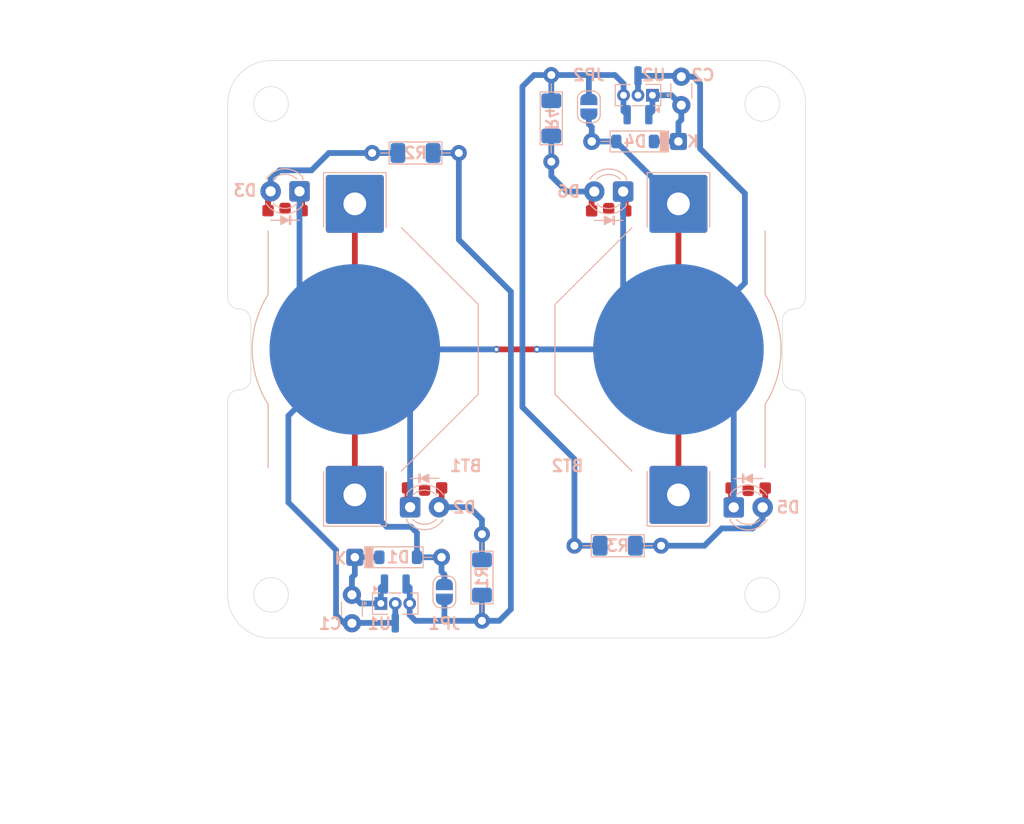
<source format=kicad_pcb>
(kicad_pcb (version 20240108) (generator "pcbnew") (generator_version "8.0")
  (title_block (title "hack_badge") (date "2024-11-24") (rev "v1") (company "hackPGH"))
  (layers (0 "F.Cu" signal) (31 "B.Cu" signal) (36 "B.SilkS" user "B.Silkscreen") (37 "F.SilkS" user "F.Silkscreen") (38 "B.Mask" user) (39 "F.Mask" user) (44 "Edge.Cuts" user))
  (net 0 "")
  (net 1 "/APOS")
  (net 2 "/GND")
  (net 3 "/BPOS")
  (net 4 "/AVDD")
  (net 5 "/R1D2")
  (net 6 "/R2D3")
  (net 7 "/BVDD")
  (net 8 "/R3D5")
  (net 9 "/R4D6")
  (net 10 "/A3V")
  (net 11 "/B3V")
  (footprint "Library_hack_badge:LED_D3.0mm_Dialight_598" (layer "F.Cu") (at 95.285 90.1)
    (property "Reference" "D5" (at 4.791 0 0) (layer "B.SilkS") (effects (font (size 1.016 1.016) (thickness 0.2032)) (justify mirror)))
    (property "Value" "LED")
    (fp_line (start -0.29 1.016) (end -0.289999 1.214607) (stroke (width 0.1)) (layer "B.SilkS"))
    (fp_line (start -0.289997 -1.016) (end -0.289998 -1.214608) (stroke (width 0.1)) (layer "B.SilkS"))
    (fp_line (start 0.762 -2.54) (end 0 -2.54) (stroke (width 0.1)) (layer "B.SilkS"))
    (fp_line (start 1.651 -2.54) (end 2.54 -2.54) (stroke (width 0.1)) (layer "B.SilkS"))
    (fp_rect (start 0.762 -2.921) (end 0.889 -2.159) (stroke (width 0.1)) (fill solid) (layer "B.SilkS"))
    (fp_arc (start -0.289998 -1.214608) (mid 1.346079 -1.975621) (end 2.918786 -1.091041) (stroke (width 0.1)) (layer "B.SilkS"))
    (fp_arc (start 0.228805 -1.08) (mid 1.269883 -1.5) (end 2.310896 -1.079837) (stroke (width 0.1)) (layer "B.SilkS"))
    (fp_arc (start 2.310961 1.08) (mid 1.269883 1.5) (end 0.22887 1.079837) (stroke (width 0.1)) (layer "B.SilkS"))
    (fp_arc (start 2.918787 1.09104) (mid 1.346079 1.975621) (end -0.289999 1.214607) (stroke (width 0.1)) (layer "B.SilkS"))
    (fp_poly (pts (xy 0.889 -2.54) (xy 1.651 -2.159) (xy 1.651 -2.921)) (stroke (width 0.1)) (fill solid) (layer "B.SilkS"))
    (pad "1" smd roundrect (at -0.23 -1.7) (size 1 1) (layers "F.Cu" "F.Paste" "F.Mask") (roundrect_rratio 0.1666666667) (net 2 "/GND"))
    (pad "1" thru_hole roundrect (at 0 0) (size 1.8 1.8) (drill 0.9) (layers "*.Cu" "*.Mask") (roundrect_rratio 0.1388888889) (net 2 "/GND"))
    (pad "2" thru_hole circle (at 2.54 0) (size 1.8 1.8) (drill 0.9) (layers "*.Cu" "*.Mask") (net 8 "/R3D5"))
    (pad "2" smd roundrect (at 2.77 -1.7) (size 1 1) (layers "F.Cu" "F.Paste" "F.Mask") (roundrect_rratio 0.1666666667) (net 8 "/R3D5"))
    (pad "3" smd roundrect (at 1.27 -1.5) (size 1 1) (layers "F.Cu" "F.Paste" "F.Mask"))
  )
  (footprint "Library_hack_badge:LED_D3.0mm_Dialight_598" (layer "F.Cu") (at 57.115 62.3 180)
    (property "Reference" "D3" (at 4.791 0.07 0) (layer "B.SilkS") (effects (font (size 1.016 1.016) (thickness 0.2032)) (justify mirror)))
    (property "Value" "LED")
    (fp_line (start 1.651 -2.54) (end 2.54 -2.54) (stroke (width 0.1)) (layer "B.SilkS"))
    (fp_line (start 0.762 -2.54) (end 0 -2.54) (stroke (width 0.1)) (layer "B.SilkS"))
    (fp_line (start -0.289997 -1.016) (end -0.289998 -1.214608) (stroke (width 0.1)) (layer "B.SilkS"))
    (fp_line (start -0.29 1.016) (end -0.289999 1.214607) (stroke (width 0.1)) (layer "B.SilkS"))
    (fp_rect (start 0.762 -2.921) (end 0.889 -2.159) (stroke (width 0.1)) (fill solid) (layer "B.SilkS"))
    (fp_arc (start 2.918787 1.09104) (mid 1.346079 1.975621) (end -0.289999 1.214607) (stroke (width 0.1)) (layer "B.SilkS"))
    (fp_arc (start 2.310961 1.08) (mid 1.269883 1.5) (end 0.22887 1.079837) (stroke (width 0.1)) (layer "B.SilkS"))
    (fp_arc (start 0.228805 -1.08) (mid 1.269883 -1.5) (end 2.310896 -1.079837) (stroke (width 0.1)) (layer "B.SilkS"))
    (fp_arc (start -0.289998 -1.214608) (mid 1.346079 -1.975621) (end 2.918786 -1.091041) (stroke (width 0.1)) (layer "B.SilkS"))
    (fp_poly (pts (xy 0.889 -2.54) (xy 1.651 -2.159) (xy 1.651 -2.921)) (stroke (width 0.1)) (fill solid) (layer "B.SilkS"))
    (pad "1" smd roundrect (at -0.23 -1.7 180) (size 1 1) (layers "F.Cu" "F.Paste" "F.Mask") (roundrect_rratio 0.1666666667) (net 2 "/GND"))
    (pad "1" thru_hole roundrect (at 0 0 180) (size 1.8 1.8) (drill 0.9) (layers "*.Cu" "*.Mask") (roundrect_rratio 0.1388888889) (net 2 "/GND"))
    (pad "2" thru_hole circle (at 2.54 0 180) (size 1.8 1.8) (drill 0.9) (layers "*.Cu" "*.Mask") (net 6 "/R2D3"))
    (pad "2" smd roundrect (at 2.77 -1.7 180) (size 1 1) (layers "F.Cu" "F.Paste" "F.Mask") (roundrect_rratio 0.1666666667) (net 6 "/R2D3"))
    (pad "3" smd roundrect (at 1.27 -1.5 180) (size 1 1) (layers "F.Cu" "F.Paste" "F.Mask"))
  )
  (footprint "Library_hack_badge:LED_D3.0mm_Dialight_598" (layer "F.Cu") (at 85.563 62.3158 180)
    (property "Reference" "D6" (at 4.791 0 0) (layer "B.SilkS") (effects (font (size 1.016 1.016) (thickness 0.2032)) (justify mirror)))
    (property "Value" "LED")
    (fp_line (start 1.651 -2.54) (end 2.54 -2.54) (stroke (width 0.1)) (layer "B.SilkS"))
    (fp_line (start 0.762 -2.54) (end 0 -2.54) (stroke (width 0.1)) (layer "B.SilkS"))
    (fp_line (start -0.289997 -1.016) (end -0.289998 -1.214608) (stroke (width 0.1)) (layer "B.SilkS"))
    (fp_line (start -0.29 1.016) (end -0.289999 1.214607) (stroke (width 0.1)) (layer "B.SilkS"))
    (fp_rect (start 0.762 -2.921) (end 0.889 -2.159) (stroke (width 0.1)) (fill solid) (layer "B.SilkS"))
    (fp_arc (start 2.918787 1.09104) (mid 1.346079 1.975621) (end -0.289999 1.214607) (stroke (width 0.1)) (layer "B.SilkS"))
    (fp_arc (start 2.310961 1.08) (mid 1.269883 1.5) (end 0.22887 1.079837) (stroke (width 0.1)) (layer "B.SilkS"))
    (fp_arc (start 0.228805 -1.08) (mid 1.269883 -1.5) (end 2.310896 -1.079837) (stroke (width 0.1)) (layer "B.SilkS"))
    (fp_arc (start -0.289998 -1.214608) (mid 1.346079 -1.975621) (end 2.918786 -1.091041) (stroke (width 0.1)) (layer "B.SilkS"))
    (fp_poly (pts (xy 0.889 -2.54) (xy 1.651 -2.159) (xy 1.651 -2.921)) (stroke (width 0.1)) (fill solid) (layer "B.SilkS"))
    (pad "1" smd roundrect (at -0.23 -1.7 180) (size 1 1) (layers "F.Cu" "F.Paste" "F.Mask") (roundrect_rratio 0.1666666667) (net 2 "/GND"))
    (pad "1" thru_hole roundrect (at 0 0 180) (size 1.8 1.8) (drill 0.9) (layers "*.Cu" "*.Mask") (roundrect_rratio 0.1388888889) (net 2 "/GND"))
    (pad "2" thru_hole circle (at 2.54 0 180) (size 1.8 1.8) (drill 0.9) (layers "*.Cu" "*.Mask") (net 9 "/R4D6"))
    (pad "2" smd roundrect (at 2.77 -1.7 180) (size 1 1) (layers "F.Cu" "F.Paste" "F.Mask") (roundrect_rratio 0.1666666667) (net 9 "/R4D6"))
    (pad "3" smd roundrect (at 1.27 -1.5 180) (size 1 1) (layers "F.Cu" "F.Paste" "F.Mask"))
  )
  (footprint "Library_hack_badge:LED_D3.0mm_Dialight_598" (layer "F.Cu") (at 66.837 90.0842)
    (property "Reference" "D2" (at 4.7656 0.0096 0) (layer "B.SilkS") (effects (font (size 1.016 1.016) (thickness 0.2032)) (justify mirror)))
    (property "Value" "LED")
    (fp_line (start -0.29 1.016) (end -0.289999 1.214607) (stroke (width 0.1)) (layer "B.SilkS"))
    (fp_line (start -0.289997 -1.016) (end -0.289998 -1.214608) (stroke (width 0.1)) (layer "B.SilkS"))
    (fp_line (start 0.762 -2.54) (end 0 -2.54) (stroke (width 0.1)) (layer "B.SilkS"))
    (fp_line (start 1.651 -2.54) (end 2.54 -2.54) (stroke (width 0.1)) (layer "B.SilkS"))
    (fp_rect (start 0.762 -2.921) (end 0.889 -2.159) (stroke (width 0.1)) (fill solid) (layer "B.SilkS"))
    (fp_arc (start -0.289998 -1.214608) (mid 1.346079 -1.975621) (end 2.918786 -1.091041) (stroke (width 0.1)) (layer "B.SilkS"))
    (fp_arc (start 0.228805 -1.08) (mid 1.269883 -1.5) (end 2.310896 -1.079837) (stroke (width 0.1)) (layer "B.SilkS"))
    (fp_arc (start 2.310961 1.08) (mid 1.269883 1.5) (end 0.22887 1.079837) (stroke (width 0.1)) (layer "B.SilkS"))
    (fp_arc (start 2.918787 1.09104) (mid 1.346079 1.975621) (end -0.289999 1.214607) (stroke (width 0.1)) (layer "B.SilkS"))
    (fp_poly (pts (xy 0.889 -2.54) (xy 1.651 -2.159) (xy 1.651 -2.921)) (stroke (width 0.1)) (fill solid) (layer "B.SilkS"))
    (pad "1" smd roundrect (at -0.23 -1.7) (size 1 1) (layers "F.Cu" "F.Paste" "F.Mask") (roundrect_rratio 0.1666666667) (net 2 "/GND"))
    (pad "1" thru_hole roundrect (at 0 0) (size 1.8 1.8) (drill 0.9) (layers "*.Cu" "*.Mask") (roundrect_rratio 0.1388888889) (net 2 "/GND"))
    (pad "2" thru_hole circle (at 2.54 0) (size 1.8 1.8) (drill 0.9) (layers "*.Cu" "*.Mask") (net 5 "/R1D2"))
    (pad "2" smd roundrect (at 2.77 -1.7) (size 1 1) (layers "F.Cu" "F.Paste" "F.Mask") (roundrect_rratio 0.1666666667) (net 5 "/R1D2"))
    (pad "3" smd roundrect (at 1.27 -1.5) (size 1 1) (layers "F.Cu" "F.Paste" "F.Mask"))
  )
  (footprint "Library_hack_badge:BatteryHolder_Keystone_3002_1x2032" (layer "B.Cu") (at 61.976 76.2 -90)
    (property "Reference" "BT1" (at 10.25 -9.75 0) (layer "B.SilkS") (effects (font (size 1.016 1.016) (thickness 0.2032)) (justify mirror)))
    (property "Value" "3V")
    (fp_line (start -10.414 7.62) (end -4.826 7.619999) (stroke (width 0.1)) (layer "B.SilkS"))
    (fp_line (start 10.414 7.62) (end 4.826 7.619999) (stroke (width 0.1)) (layer "B.SilkS"))
    (fp_line (start -15.55 2.75) (end -10.75 2.75) (stroke (width 0.1)) (layer "B.SilkS"))
    (fp_line (start 10.75 2.75) (end 15.55 2.75) (stroke (width 0.1)) (layer "B.SilkS"))
    (fp_line (start 15.55 2.75) (end 15.55 -2.75) (stroke (width 0.1)) (layer "B.SilkS"))
    (fp_line (start -15.55 -2.75) (end -15.55 2.75) (stroke (width 0.1)) (layer "B.SilkS"))
    (fp_line (start -10.75 -2.75) (end -15.55 -2.75) (stroke (width 0.1)) (layer "B.SilkS"))
    (fp_line (start 15.55 -2.75) (end 10.75 -2.75) (stroke (width 0.1)) (layer "B.SilkS"))
    (fp_line (start 10.7 -4.1) (end 3.95 -10.85) (stroke (width 0.1)) (layer "B.SilkS"))
    (fp_line (start -3.95 -10.85) (end -10.7 -4.1) (stroke (width 0.1)) (layer "B.SilkS"))
    (fp_line (start 3.95 -10.85) (end -3.95 -10.85) (stroke (width 0.1)) (layer "B.SilkS"))
    (fp_arc (start 4.826 7.619999) (mid 0 9.019682) (end -4.826 7.619999) (stroke (width 0.1)) (layer "B.SilkS"))
    (pad "1" thru_hole roundrect (at -12.8 0 270) (size 5.1 5.1) (drill 2) (layers "*.Cu" "*.Mask") (roundrect_rratio 0.04901960784) (net 1 "/APOS"))
    (pad "1" thru_hole roundrect (at 12.8 0 270) (size 5.1 5.1) (drill 2) (layers "*.Cu" "*.Mask") (roundrect_rratio 0.04901960784) (net 1 "/APOS"))
    (pad "2" smd circle (at 0 0 270) (size 15 15) (layers "B.Cu" "B.Mask") (net 2 "/GND"))
  )
  (footprint "Library_hack_badge:BatteryHolder_Keystone_3002_1x2032" (layer "B.Cu") (at 90.424 76.2 90)
    (property "Reference" "BT2" (at -10.25 -9.75 0) (layer "B.SilkS") (effects (font (size 1.016 1.016) (thickness 0.2032)) (justify mirror)))
    (property "Value" "3V")
    (fp_line (start 3.95 -10.85) (end -3.95 -10.85) (stroke (width 0.1)) (layer "B.SilkS"))
    (fp_line (start -3.95 -10.85) (end -10.7 -4.1) (stroke (width 0.1)) (layer "B.SilkS"))
    (fp_line (start 10.7 -4.1) (end 3.95 -10.85) (stroke (width 0.1)) (layer "B.SilkS"))
    (fp_line (start 15.55 -2.75) (end 10.75 -2.75) (stroke (width 0.1)) (layer "B.SilkS"))
    (fp_line (start -10.75 -2.75) (end -15.55 -2.75) (stroke (width 0.1)) (layer "B.SilkS"))
    (fp_line (start -15.55 -2.75) (end -15.55 2.75) (stroke (width 0.1)) (layer "B.SilkS"))
    (fp_line (start 15.55 2.75) (end 15.55 -2.75) (stroke (width 0.1)) (layer "B.SilkS"))
    (fp_line (start 10.75 2.75) (end 15.55 2.75) (stroke (width 0.1)) (layer "B.SilkS"))
    (fp_line (start -15.55 2.75) (end -10.75 2.75) (stroke (width 0.1)) (layer "B.SilkS"))
    (fp_line (start 10.414 7.62) (end 4.826 7.619999) (stroke (width 0.1)) (layer "B.SilkS"))
    (fp_line (start -10.414 7.62) (end -4.826 7.619999) (stroke (width 0.1)) (layer "B.SilkS"))
    (fp_arc (start 4.826 7.619999) (mid 0 9.019682) (end -4.826 7.619999) (stroke (width 0.1)) (layer "B.SilkS"))
    (pad "1" thru_hole roundrect (at -12.8 0 90) (size 5.1 5.1) (drill 2) (layers "*.Cu" "*.Mask") (roundrect_rratio 0.04901960784) (net 3 "/BPOS"))
    (pad "1" thru_hole roundrect (at 12.8 0 90) (size 5.1 5.1) (drill 2) (layers "*.Cu" "*.Mask") (roundrect_rratio 0.04901960784) (net 3 "/BPOS"))
    (pad "2" smd circle (at 0 0 90) (size 15 15) (layers "B.Cu" "B.Mask") (net 2 "/GND"))
  )
  (footprint "Library_hack_badge:R_1206_Axial_DIN0204_L3.6mm_D1.6mm_P7.62mm_Horizontal" (layer "B.Cu") (at 73.152 100.076 90)
    (property "Reference" "R1" (at 3.81 0 90) (layer "B.SilkS") (effects (font (size 1.016 1.016) (thickness 0.2032)) (justify mirror)))
    (property "Value" "2E2")
    (fp_line (start 6.13 -0.97) (end 1.49 -0.97) (stroke (width 0.1)) (layer "B.SilkS"))
    (fp_line (start 1.49 -0.97) (end 1.49 0.97) (stroke (width 0.1)) (layer "B.SilkS"))
    (fp_line (start 6.13 0) (end 6.85 0) (stroke (width 0.1)) (layer "B.SilkS"))
    (fp_line (start 1.49 0) (end 0.77 0) (stroke (width 0.1)) (layer "B.SilkS"))
    (fp_line (start 6.13 0.97) (end 6.13 -0.97) (stroke (width 0.1)) (layer "B.SilkS"))
    (fp_line (start 1.49 0.97) (end 6.13 0.97) (stroke (width 0.1)) (layer "B.SilkS"))
    (pad "1" thru_hole circle (at 0 0 90) (size 1.4 1.4) (drill 0.7) (layers "*.Cu" "*.Mask") (net 10 "/A3V"))
    (pad "1" smd roundrect (at 2.26 0 90) (size 1.3 1.75) (layers "B.Cu" "B.Paste" "B.Mask") (roundrect_rratio 0.192308) (net 10 "/A3V"))
    (pad "2" smd roundrect (at 5.36 0 90) (size 1.3 1.75) (layers "B.Cu" "B.Paste" "B.Mask") (roundrect_rratio 0.192308) (net 5 "/R1D2"))
    (pad "2" thru_hole oval (at 7.62 0 90) (size 1.4 1.4) (drill 0.7) (layers "*.Cu" "*.Mask") (net 5 "/R1D2"))
  )
  (footprint "Library_hack_badge:D_SOD-123_DO-34_SOD68_P7.62mm_Horizontal" (layer "B.Cu") (at 90.424 57.912 180)
    (property "Reference" "D4" (at 3.815 0 0) (layer "B.SilkS") (effects (font (size 1.016 1.016) (thickness 0.2032)) (justify mirror)))
    (property "Value" "D_Schottky")
    (fp_line (start 6 0.92) (end 6 -0.92) (stroke (width 0.1)) (layer "B.SilkS"))
    (fp_line (start 6 0) (end 6.8 0) (stroke (width 0.1)) (layer "B.SilkS"))
    (fp_line (start 6 -0.92) (end 1.6 -0.92) (stroke (width 0.1)) (layer "B.SilkS"))
    (fp_line (start 1.6 0.92) (end 6 0.92) (stroke (width 0.1)) (layer "B.SilkS"))
    (fp_rect (start 0.88 0.92) (end 1.6 -0.92) (stroke (width 0.1)) (fill solid) (layer "B.SilkS"))
    (fp_text user "K" (at -1.27 0 0) (layer "B.SilkS") (effects (font (size 1.016 1.016) (thickness 0.2032)) (justify mirror)))
    (pad "1" thru_hole roundrect (at 0 0 180) (size 1.5 1.5) (drill 0.75) (layers "*.Cu" "*.Mask") (roundrect_rratio 0.1666666667) (net 7 "/BVDD"))
    (pad "1" smd roundrect (at 2.16 0 180) (size 0.9 1.2) (layers "B.Cu" "B.Paste" "B.Mask") (net 7 "/BVDD"))
    (pad "2" smd roundrect (at 5.46 0 180) (size 0.9 1.2) (layers "B.Cu" "B.Paste" "B.Mask") (net 3 "/BPOS"))
    (pad "2" thru_hole oval (at 7.62 0 180) (size 1.5 1.5) (drill 0.75) (layers "*.Cu" "*.Mask") (net 3 "/BPOS"))
  )
  (footprint "Library_hack_badge:SolderJumper-2_P1.3mm_Open_RoundedPad1.0x1.5mm" (layer "B.Cu") (at 69.85 97.536 -90)
    (property "Reference" "JP1" (at 2.794 0 0) (layer "B.SilkS") (effects (font (size 1.016 1.016) (thickness 0.2032)) (justify mirror)))
    (property "Value" "SolderJumper_Open")
    (fp_line (start 0.7 1) (end -0.7 1) (stroke (width 0.1)) (layer "B.SilkS"))
    (fp_line (start -1.4 0.3) (end -1.4 -0.3) (stroke (width 0.1)) (layer "B.SilkS"))
    (fp_line (start 1.4 -0.3) (end 1.4 0.3) (stroke (width 0.1)) (layer "B.SilkS"))
    (fp_line (start -0.7 -1) (end 0.7 -1) (stroke (width 0.1)) (layer "B.SilkS"))
    (fp_arc (start -0.7 1) (mid -1.194975 0.794975) (end -1.4 0.3) (stroke (width 0.1)) (layer "B.SilkS"))
    (fp_arc (start 1.4 0.3) (mid 1.194975 0.794975) (end 0.7 1) (stroke (width 0.1)) (layer "B.SilkS"))
    (fp_arc (start -1.4 -0.3) (mid -1.194975 -0.794975) (end -0.7 -1) (stroke (width 0.1)) (layer "B.SilkS"))
    (fp_arc (start 0.7 -1) (mid 1.194975 -0.794975) (end 1.4 -0.3) (stroke (width 0.1)) (layer "B.SilkS"))
    (pad "1" smd custom (at -0.65 0 270) (size 1 0.5) (layers "B.Cu" "B.Mask") (net 1 "/APOS") (options (clearance outline) (anchor rect)) (primitives (gr_circle (center 0 -0.25) (end 0.5 -0.25) (width 0) (fill yes)) (gr_circle (center 0 0.25) (end 0.5 0.25) (width 0) (fill yes)) (gr_poly (pts (xy 0.5 -0.75) (xy 0 -0.75) (xy 0 0.75) (xy 0.5 0.75)) (width 0) (fill yes))))
    (pad "2" smd custom (at 0.65 0 270) (size 1 0.5) (layers "B.Cu" "B.Mask") (net 10 "/A3V") (options (clearance outline) (anchor rect)) (primitives (gr_circle (center 0 -0.25) (end 0.5 -0.25) (width 0) (fill yes)) (gr_circle (center 0 0.25) (end 0.5 0.25) (width 0) (fill yes)) (gr_poly (pts (xy 0 -0.75) (xy -0.5 -0.75) (xy -0.5 0.75) (xy 0 0.75)) (width 0) (fill yes))))
  )
  (footprint "Library_hack_badge:C_Disc_D3.0mm_W1.6mm_P2.50mm" (layer "B.Cu") (at 90.678 54.717 90)
    (property "Reference" "C2" (at 2.647 1.905 0) (layer "B.SilkS") (effects (font (size 1.016 1.016) (thickness 0.2032) (bold yes)) (justify mirror)))
    (property "Value" "100nF")
    (fp_line (start 1.879 -0.92) (end 0.621 -0.92) (stroke (width 0.1)) (layer "B.SilkS"))
    (fp_line (start 1.879 0.92) (end 0.621 0.92) (stroke (width 0.1)) (layer "B.SilkS"))
    (pad "1" thru_hole circle (at 0 0 90) (size 1.6 1.6) (drill 0.8) (layers "*.Cu" "*.Mask") (net 7 "/BVDD"))
    (pad "2" thru_hole circle (at 2.5 0 90) (size 1.6 1.6) (drill 0.8) (layers "*.Cu" "*.Mask") (net 2 "/GND"))
  )
  (footprint "Library_hack_badge:TO92127P410H430-3_TSOT-23" (layer "B.Cu") (at 86.868 53.848 180)
    (property "Reference" "U2" (at -1.397 1.778 0) (layer "B.SilkS") (effects (font (size 1.016 1.016) (thickness 0.2032)) (justify mirror)))
    (property "Value" "US1881EUA-AAA-000-BU")
    (fp_line (start 2 0.9425) (end 0.67 0.9425) (stroke (width 0.1)) (layer "B.SilkS"))
    (fp_line (start 2 -0.9225) (end 2 0.9425) (stroke (width 0.1)) (layer "B.SilkS"))
    (fp_line (start 1.35 -0.9225) (end 2 -0.9225) (stroke (width 0.1)) (layer "B.SilkS"))
    (fp_line (start -0.54 -0.9225) (end 0.54 -0.9225) (stroke (width 0.1)) (layer "B.SilkS"))
    (fp_line (start -0.67 0.9575) (end -2 0.9575) (stroke (width 0.1)) (layer "B.SilkS"))
    (fp_line (start -2 -0.9225) (end -1.36 -0.9225) (stroke (width 0.1)) (layer "B.SilkS"))
    (fp_line (start -2 -0.9225) (end -2 0.9575) (stroke (width 0.1)) (layer "B.SilkS"))
    (fp_circle (center -2.65 0) (end -2.55 0) (stroke (width 0.1)) (fill none) (layer "B.SilkS"))
    (fp_poly (pts (xy -1.55 -1.2825) (xy -1.88 -1.5225) (xy -1.88 -1.0425) (xy -1.55 -1.2825)) (stroke (width 0.1)) (fill solid) (layer "B.SilkS"))
    (pad "1" thru_hole rect (at -1.27 0 180) (size 1.12 1.12) (drill 0.6) (layers "*.Cu" "*.Mask") (net 7 "/BVDD"))
    (pad "1" smd roundrect (at -0.95 -1.7125 90) (size 1.7 0.65) (layers "B.Cu" "B.Paste" "B.Mask") (net 7 "/BVDD"))
    (pad "2" thru_hole circle (at 0 0 180) (size 1.12 1.12) (drill 0.6) (layers "*.Cu" "*.Mask") (net 2 "/GND"))
    (pad "2" smd roundrect (at 0 1.7075 90) (size 1.7 0.65) (layers "B.Cu" "B.Paste" "B.Mask") (net 2 "/GND"))
    (pad "3" smd roundrect (at 0.95 -1.7125 90) (size 1.7 0.65) (layers "B.Cu" "B.Paste" "B.Mask") (net 11 "/B3V"))
    (pad "3" thru_hole circle (at 1.27 0 180) (size 1.12 1.12) (drill 0.6) (layers "*.Cu" "*.Mask") (net 11 "/B3V"))
  )
  (footprint "Library_hack_badge:TO92127P410H430-3_TSOT-23" (layer "B.Cu") (at 65.532 98.552)
    (property "Reference" "U1" (at -1.397 1.778 0) (layer "B.SilkS") (effects (font (size 1.016 1.016) (thickness 0.2032)) (justify mirror)))
    (property "Value" "US1881EUA-AAA-000-BU")
    (fp_line (start -2 -0.9225) (end -2 0.9575) (stroke (width 0.1)) (layer "B.SilkS"))
    (fp_line (start -2 -0.9225) (end -1.36 -0.9225) (stroke (width 0.1)) (layer "B.SilkS"))
    (fp_line (start -0.67 0.9575) (end -2 0.9575) (stroke (width 0.1)) (layer "B.SilkS"))
    (fp_line (start -0.54 -0.9225) (end 0.54 -0.9225) (stroke (width 0.1)) (layer "B.SilkS"))
    (fp_line (start 1.35 -0.9225) (end 2 -0.9225) (stroke (width 0.1)) (layer "B.SilkS"))
    (fp_line (start 2 -0.9225) (end 2 0.9425) (stroke (width 0.1)) (layer "B.SilkS"))
    (fp_line (start 2 0.9425) (end 0.67 0.9425) (stroke (width 0.1)) (layer "B.SilkS"))
    (fp_circle (center -2.65 0) (end -2.55 0) (stroke (width 0.1)) (fill none) (layer "B.SilkS"))
    (fp_poly (pts (xy -1.55 -1.2825) (xy -1.88 -1.5225) (xy -1.88 -1.0425) (xy -1.55 -1.2825)) (stroke (width 0.1)) (fill solid) (layer "B.SilkS"))
    (pad "1" thru_hole rect (at -1.27 0) (size 1.12 1.12) (drill 0.6) (layers "*.Cu" "*.Mask") (net 4 "/AVDD"))
    (pad "1" smd roundrect (at -0.95 -1.7125 270) (size 1.7 0.65) (layers "B.Cu" "B.Paste" "B.Mask") (net 4 "/AVDD"))
    (pad "2" thru_hole circle (at 0 0) (size 1.12 1.12) (drill 0.6) (layers "*.Cu" "*.Mask") (net 2 "/GND"))
    (pad "2" smd roundrect (at 0 1.7075 270) (size 1.7 0.65) (layers "B.Cu" "B.Paste" "B.Mask") (net 2 "/GND"))
    (pad "3" smd roundrect (at 0.95 -1.7125 270) (size 1.7 0.65) (layers "B.Cu" "B.Paste" "B.Mask") (net 10 "/A3V"))
    (pad "3" thru_hole circle (at 1.27 0) (size 1.12 1.12) (drill 0.6) (layers "*.Cu" "*.Mask") (net 10 "/A3V"))
  )
  (footprint "Library_hack_badge:C_Disc_D3.0mm_W1.6mm_P2.50mm" (layer "B.Cu") (at 61.722 97.79 -90)
    (property "Reference" "C1" (at 2.54 1.905 0) (layer "B.SilkS") (effects (font (size 1.016 1.016) (thickness 0.2032) (bold yes)) (justify mirror)))
    (property "Value" "100nF")
    (fp_line (start 1.879 0.92) (end 0.621 0.92) (stroke (width 0.1)) (layer "B.SilkS"))
    (fp_line (start 1.879 -0.92) (end 0.621 -0.92) (stroke (width 0.1)) (layer "B.SilkS"))
    (pad "1" thru_hole circle (at 0 0 270) (size 1.6 1.6) (drill 0.8) (layers "*.Cu" "*.Mask") (net 4 "/AVDD"))
    (pad "2" thru_hole circle (at 2.5 0 270) (size 1.6 1.6) (drill 0.8) (layers "*.Cu" "*.Mask") (net 2 "/GND"))
  )
  (footprint "Library_hack_badge:R_1206_Axial_DIN0204_L3.6mm_D1.6mm_P7.62mm_Horizontal" (layer "B.Cu") (at 71.12 58.928 180)
    (property "Reference" "R2" (at 3.81 0 0) (layer "B.SilkS") (effects (font (size 1.016 1.016) (thickness 0.2032)) (justify mirror)))
    (property "Value" "2E2")
    (fp_line (start 6.13 0.97) (end 6.13 -0.97) (stroke (width 0.1)) (layer "B.SilkS"))
    (fp_line (start 6.13 0) (end 6.85 0) (stroke (width 0.1)) (layer "B.SilkS"))
    (fp_line (start 6.13 -0.97) (end 1.49 -0.97) (stroke (width 0.1)) (layer "B.SilkS"))
    (fp_line (start 1.49 0.97) (end 6.13 0.97) (stroke (width 0.1)) (layer "B.SilkS"))
    (fp_line (start 1.49 0) (end 0.77 0) (stroke (width 0.1)) (layer "B.SilkS"))
    (fp_line (start 1.49 -0.97) (end 1.49 0.97) (stroke (width 0.1)) (layer "B.SilkS"))
    (pad "1" thru_hole circle (at 0 0 180) (size 1.4 1.4) (drill 0.7) (layers "*.Cu" "*.Mask") (net 10 "/A3V"))
    (pad "1" smd roundrect (at 2.26 0 180) (size 1.3 1.75) (layers "B.Cu" "B.Paste" "B.Mask") (roundrect_rratio 0.192308) (net 10 "/A3V"))
    (pad "2" smd roundrect (at 5.36 0 180) (size 1.3 1.75) (layers "B.Cu" "B.Paste" "B.Mask") (roundrect_rratio 0.192308) (net 6 "/R2D3"))
    (pad "2" thru_hole oval (at 7.62 0 180) (size 1.4 1.4) (drill 0.7) (layers "*.Cu" "*.Mask") (net 6 "/R2D3"))
  )
  (footprint "Library_hack_badge:SolderJumper-2_P1.3mm_Open_RoundedPad1.0x1.5mm" (layer "B.Cu") (at 82.55 54.864 90)
    (property "Reference" "JP2" (at 2.794 0 0) (layer "B.SilkS") (effects (font (size 1.016 1.016) (thickness 0.2032)) (justify mirror)))
    (property "Value" "SolderJumper_Open")
    (fp_line (start -0.7 -1) (end 0.7 -1) (stroke (width 0.1)) (layer "B.SilkS"))
    (fp_line (start 1.4 -0.3) (end 1.4 0.3) (stroke (width 0.1)) (layer "B.SilkS"))
    (fp_line (start -1.4 0.3) (end -1.4 -0.3) (stroke (width 0.1)) (layer "B.SilkS"))
    (fp_line (start 0.7 1) (end -0.7 1) (stroke (width 0.1)) (layer "B.SilkS"))
    (fp_arc (start 0.7 -1) (mid 1.194975 -0.794975) (end 1.4 -0.3) (stroke (width 0.1)) (layer "B.SilkS"))
    (fp_arc (start -1.4 -0.3) (mid -1.194975 -0.794975) (end -0.7 -1) (stroke (width 0.1)) (layer "B.SilkS"))
    (fp_arc (start 1.4 0.3) (mid 1.194975 0.794975) (end 0.7 1) (stroke (width 0.1)) (layer "B.SilkS"))
    (fp_arc (start -0.7 1) (mid -1.194975 0.794975) (end -1.4 0.3) (stroke (width 0.1)) (layer "B.SilkS"))
    (pad "1" smd custom (at -0.65 0 90) (size 1 0.5) (layers "B.Cu" "B.Mask") (net 3 "/BPOS") (options (clearance outline) (anchor rect)) (primitives (gr_circle (center 0 -0.25) (end 0.5 -0.25) (width 0) (fill yes)) (gr_circle (center 0 0.25) (end 0.5 0.25) (width 0) (fill yes)) (gr_poly (pts (xy 0.5 -0.75) (xy 0 -0.75) (xy 0 0.75) (xy 0.5 0.75)) (width 0) (fill yes))))
    (pad "2" smd custom (at 0.65 0 90) (size 1 0.5) (layers "B.Cu" "B.Mask") (net 11 "/B3V") (options (clearance outline) (anchor rect)) (primitives (gr_circle (center 0 -0.25) (end 0.5 -0.25) (width 0) (fill yes)) (gr_circle (center 0 0.25) (end 0.5 0.25) (width 0) (fill yes)) (gr_poly (pts (xy 0 -0.75) (xy -0.5 -0.75) (xy -0.5 0.75) (xy 0 0.75)) (width 0) (fill yes))))
  )
  (footprint "Library_hack_badge:R_1206_Axial_DIN0204_L3.6mm_D1.6mm_P7.62mm_Horizontal" (layer "B.Cu") (at 81.28 93.472)
    (property "Reference" "R3" (at 3.81 0 0) (layer "B.SilkS") (effects (font (size 1.016 1.016) (thickness 0.2032)) (justify mirror)))
    (property "Value" "2E2")
    (fp_line (start 1.49 -0.97) (end 1.49 0.97) (stroke (width 0.1)) (layer "B.SilkS"))
    (fp_line (start 1.49 0) (end 0.77 0) (stroke (width 0.1)) (layer "B.SilkS"))
    (fp_line (start 1.49 0.97) (end 6.13 0.97) (stroke (width 0.1)) (layer "B.SilkS"))
    (fp_line (start 6.13 -0.97) (end 1.49 -0.97) (stroke (width 0.1)) (layer "B.SilkS"))
    (fp_line (start 6.13 0) (end 6.85 0) (stroke (width 0.1)) (layer "B.SilkS"))
    (fp_line (start 6.13 0.97) (end 6.13 -0.97) (stroke (width 0.1)) (layer "B.SilkS"))
    (pad "1" thru_hole circle (at 0 0) (size 1.4 1.4) (drill 0.7) (layers "*.Cu" "*.Mask") (net 11 "/B3V"))
    (pad "1" smd roundrect (at 2.26 0) (size 1.3 1.75) (layers "B.Cu" "B.Paste" "B.Mask") (roundrect_rratio 0.192308) (net 11 "/B3V"))
    (pad "2" smd roundrect (at 5.36 0) (size 1.3 1.75) (layers "B.Cu" "B.Paste" "B.Mask") (roundrect_rratio 0.192308) (net 8 "/R3D5"))
    (pad "2" thru_hole oval (at 7.62 0) (size 1.4 1.4) (drill 0.7) (layers "*.Cu" "*.Mask") (net 8 "/R3D5"))
  )
  (footprint "Library_hack_badge:D_SOD-123_DO-34_SOD68_P7.62mm_Horizontal" (layer "B.Cu") (at 61.976 94.488)
    (property "Reference" "D1" (at 3.815 0 0) (layer "B.SilkS") (effects (font (size 1.016 1.016) (thickness 0.2032)) (justify mirror)))
    (property "Value" "D_Schottky")
    (fp_line (start 1.6 0.92) (end 6 0.92) (stroke (width 0.1)) (layer "B.SilkS"))
    (fp_line (start 6 -0.92) (end 1.6 -0.92) (stroke (width 0.1)) (layer "B.SilkS"))
    (fp_line (start 6 0) (end 6.8 0) (stroke (width 0.1)) (layer "B.SilkS"))
    (fp_line (start 6 0.92) (end 6 -0.92) (stroke (width 0.1)) (layer "B.SilkS"))
    (fp_rect (start 0.88 0.92) (end 1.6 -0.92) (stroke (width 0.1)) (fill solid) (layer "B.SilkS"))
    (fp_text user "K" (at -1.27 0 180) (layer "B.SilkS") (effects (font (size 1.016 1.016) (thickness 0.2032)) (justify mirror)))
    (pad "1" thru_hole roundrect (at 0 0) (size 1.5 1.5) (drill 0.75) (layers "*.Cu" "*.Mask") (roundrect_rratio 0.1666666667) (net 4 "/AVDD"))
    (pad "1" smd roundrect (at 2.16 0) (size 0.9 1.2) (layers "B.Cu" "B.Paste" "B.Mask") (net 4 "/AVDD"))
    (pad "2" smd roundrect (at 5.46 0) (size 0.9 1.2) (layers "B.Cu" "B.Paste" "B.Mask") (net 1 "/APOS"))
    (pad "2" thru_hole oval (at 7.62 0) (size 1.5 1.5) (drill 0.75) (layers "*.Cu" "*.Mask") (net 1 "/APOS"))
  )
  (footprint "Library_hack_badge:R_1206_Axial_DIN0204_L3.6mm_D1.6mm_P7.62mm_Horizontal" (layer "B.Cu") (at 79.248 52.07 -90)
    (property "Reference" "R4" (at 3.8608 0 -90) (layer "B.SilkS") (effects (font (size 1.016 1.016) (thickness 0.2032)) (justify mirror)))
    (property "Value" "2E2")
    (fp_line (start 1.49 0.97) (end 6.13 0.97) (stroke (width 0.1)) (layer "B.SilkS"))
    (fp_line (start 6.13 0.97) (end 6.13 -0.97) (stroke (width 0.1)) (layer "B.SilkS"))
    (fp_line (start 1.49 0) (end 0.77 0) (stroke (width 0.1)) (layer "B.SilkS"))
    (fp_line (start 6.13 0) (end 6.85 0) (stroke (width 0.1)) (layer "B.SilkS"))
    (fp_line (start 1.49 -0.97) (end 1.49 0.97) (stroke (width 0.1)) (layer "B.SilkS"))
    (fp_line (start 6.13 -0.97) (end 1.49 -0.97) (stroke (width 0.1)) (layer "B.SilkS"))
    (pad "1" thru_hole circle (at 0 0 270) (size 1.4 1.4) (drill 0.7) (layers "*.Cu" "*.Mask") (net 11 "/B3V"))
    (pad "1" smd roundrect (at 2.26 0 270) (size 1.3 1.75) (layers "B.Cu" "B.Paste" "B.Mask") (roundrect_rratio 0.192308) (net 11 "/B3V"))
    (pad "2" smd roundrect (at 5.36 0 270) (size 1.3 1.75) (layers "B.Cu" "B.Paste" "B.Mask") (roundrect_rratio 0.192308) (net 9 "/R4D6"))
    (pad "2" thru_hole oval (at 7.62 0 270) (size 1.4 1.4) (drill 0.7) (layers "*.Cu" "*.Mask") (net 9 "/R4D6"))
  )
  (gr_circle (center 97.79 54.61) (end 99.314 54.61) (stroke (width 0.05)) (fill none) (layer "Edge.Cuts"))
  (gr_arc (start 97.79 50.8) (mid 100.484077 51.915923) (end 101.6 54.61) (stroke (width 0.05)) (layer "Edge.Cuts"))
  (gr_line (start 54.61 50.8) (end 97.79 50.8) (stroke (width 0.05)) (layer "Edge.Cuts"))
  (gr_arc (start 50.8 80.772) (mid 51.09758 80.05358) (end 51.816 79.756) (stroke (width 0.05)) (layer "Edge.Cuts"))
  (gr_line (start 99.568 76.2) (end 99.568 73.66) (stroke (width 0.05)) (layer "Edge.Cuts"))
  (gr_line (start 99.568 76.2) (end 99.568 78.74) (stroke (width 0.05)) (layer "Edge.Cuts"))
  (gr_circle (center 54.61 97.79) (end 56.134 97.79) (stroke (width 0.05)) (fill none) (layer "Edge.Cuts"))
  (gr_arc (start 51.816 72.644) (mid 51.09758 72.34642) (end 50.8 71.628) (stroke (width 0.05)) (layer "Edge.Cuts"))
  (gr_arc (start 100.584 79.756) (mid 101.30242 80.05358) (end 101.6 80.772) (stroke (width 0.05)) (layer "Edge.Cuts"))
  (gr_arc (start 100.584 79.756) (mid 99.86558 79.45842) (end 99.568 78.74) (stroke (width 0.05)) (layer "Edge.Cuts"))
  (gr_line (start 50.8 54.61) (end 50.8 71.628) (stroke (width 0.05)) (layer "Edge.Cuts"))
  (gr_arc (start 52.832 78.74) (mid 52.53442 79.45842) (end 51.816 79.756) (stroke (width 0.05)) (layer "Edge.Cuts"))
  (gr_line (start 52.832 76.2) (end 52.832 78.74) (stroke (width 0.05)) (layer "Edge.Cuts"))
  (gr_arc (start 101.6 97.79) (mid 100.484077 100.484077) (end 97.79 101.6) (stroke (width 0.05)) (layer "Edge.Cuts"))
  (gr_line (start 50.8 80.772) (end 50.8 97.79) (stroke (width 0.05)) (layer "Edge.Cuts"))
  (gr_arc (start 99.568 73.66) (mid 99.86558 72.94158) (end 100.584 72.644) (stroke (width 0.05)) (layer "Edge.Cuts"))
  (gr_arc (start 101.6 71.628) (mid 101.30242 72.34642) (end 100.584 72.644) (stroke (width 0.05)) (layer "Edge.Cuts"))
  (gr_line (start 101.6 97.79) (end 101.6 80.772) (stroke (width 0.05)) (layer "Edge.Cuts"))
  (gr_arc (start 50.8 54.61) (mid 51.915923 51.915923) (end 54.61 50.8) (stroke (width 0.05)) (layer "Edge.Cuts"))
  (gr_circle (center 97.79 97.79) (end 99.314 97.79) (stroke (width 0.05)) (fill none) (layer "Edge.Cuts"))
  (gr_line (start 97.79 101.6) (end 54.61 101.6) (stroke (width 0.05)) (layer "Edge.Cuts"))
  (gr_arc (start 51.816 72.644) (mid 52.53442 72.94158) (end 52.832 73.66) (stroke (width 0.05)) (layer "Edge.Cuts"))
  (gr_arc (start 54.61 101.6) (mid 51.915923 100.484077) (end 50.8 97.79) (stroke (width 0.05)) (layer "Edge.Cuts"))
  (gr_line (start 101.6 71.628) (end 101.6 54.61) (stroke (width 0.05)) (layer "Edge.Cuts"))
  (gr_circle (center 54.61 54.61) (end 56.134 54.61) (stroke (width 0.05)) (fill none) (layer "Edge.Cuts"))
  (gr_line (start 52.832 76.2) (end 52.832 73.66) (stroke (width 0.05)) (layer "Edge.Cuts"))
  (segment (start 61.976 63.4) (end 61.976 89) (width 0.508) (layer "F.Cu") (net 1))
  (segment (start 66.9155 91.8075) (end 64.7835 91.8075) (width 0.508) (layer "B.Cu") (net 1))
  (segment (start 67.436 92.328) (end 66.9155 91.8075) (width 0.508) (layer "B.Cu") (net 1))
  (segment (start 67.436 94.488) (end 69.596 94.488) (width 0.508) (layer "B.Cu") (net 1))
  (segment (start 69.85 96.012) (end 69.85 96.886) (width 0.508) (layer "B.Cu") (net 1))
  (segment (start 69.596 95.758) (end 69.85 96.012) (width 0.508) (layer "B.Cu") (net 1))
  (segment (start 64.7835 91.8075) (end 61.976 89) (width 0.508) (layer "B.Cu") (net 1))
  (segment (start 69.596 94.488) (end 69.596 95.758) (width 0.508) (layer "B.Cu") (net 1))
  (segment (start 67.436 94.488) (end 67.436 92.328) (width 0.508) (layer "B.Cu") (net 1))
  (segment (start 57.345 62.53) (end 57.115 62.3) (width 0.508) (layer "F.Cu") (net 2))
  (segment (start 66.607 88.3842) (end 66.607 89.8542) (width 0.508) (layer "F.Cu") (net 2))
  (segment (start 66.607 89.8542) (end 66.837 90.0842) (width 0.508) (layer "F.Cu") (net 2))
  (segment (start 85.793 62.5458) (end 85.563 62.3158) (width 0.508) (layer "F.Cu") (net 2))
  (segment (start 85.793 64.0158) (end 85.793 62.5458) (width 0.508) (layer "F.Cu") (net 2))
  (segment (start 74.422 76.2) (end 77.978 76.2) (width 0.508) (layer "F.Cu") (net 2))
  (segment (start 57.345 64) (end 57.345 62.53) (width 0.508) (layer "F.Cu") (net 2))
  (segment (start 95.055 89.87) (end 95.285 90.1) (width 0.508) (layer "F.Cu") (net 2))
  (segment (start 95.055 88.4) (end 95.055 89.87) (width 0.508) (layer "F.Cu") (net 2))
  (via (at 77.978 76.2) (size 0.6) (drill 0.3) (layers "F.Cu" "B.Cu") (net 2))
  (via (at 74.422 76.2) (size 0.6) (drill 0.3) (layers "F.Cu" "B.Cu") (net 2))
  (segment (start 96.266 62.484) (end 96.266 70.358) (width 0.508) (layer "B.Cu") (net 2))
  (segment (start 77.978 76.2) (end 90.424 76.2) (width 0.508) (layer "B.Cu") (net 2))
  (segment (start 57.115 71.339) (end 61.976 76.2) (width 0.508) (layer "B.Cu") (net 2))
  (segment (start 56.134 82.042) (end 61.976 76.2) (width 0.508) (layer "B.Cu") (net 2))
  (segment (start 66.837 90.0842) (end 66.837 81.061) (width 0.508) (layer "B.Cu") (net 2))
  (segment (start 85.563 71.339) (end 90.424 76.2) (width 0.508) (layer "B.Cu") (net 2))
  (segment (start 56.134 89.662) (end 56.134 82.042) (width 0.508) (layer "B.Cu") (net 2))
  (segment (start 65.532 100.2595) (end 61.7525 100.2595) (width 0.508) (layer "B.Cu") (net 2))
  (segment (start 61.976 76.2) (end 74.422 76.2) (width 0.508) (layer "B.Cu") (net 2))
  (segment (start 61.7525 100.2595) (end 61.722 100.29) (width 0.508) (layer "B.Cu") (net 2))
  (segment (start 57.115 62.3) (end 57.115 71.339) (width 0.508) (layer "B.Cu") (net 2))
  (segment (start 85.563 62.3158) (end 85.563 71.339) (width 0.508) (layer "B.Cu") (net 2))
  (segment (start 92.329 52.832) (end 92.329 58.547) (width 0.508) (layer "B.Cu") (net 2))
  (segment (start 95.285 81.061) (end 90.424 76.2) (width 0.508) (layer "B.Cu") (net 2))
  (segment (start 60.325 93.853) (end 56.134 89.662) (width 0.508) (layer "B.Cu") (net 2))
  (segment (start 92.329 58.547) (end 96.266 62.484) (width 0.508) (layer "B.Cu") (net 2))
  (segment (start 95.285 90.1) (end 95.285 81.061) (width 0.508) (layer "B.Cu") (net 2))
  (segment (start 86.868 52.1405) (end 90.6015 52.1405) (width 0.508) (layer "B.Cu") (net 2))
  (segment (start 86.868 52.1405) (end 86.868 53.848) (width 0.508) (layer "B.Cu") (net 2))
  (segment (start 91.714 52.217) (end 92.329 52.832) (width 0.508) (layer "B.Cu") (net 2))
  (segment (start 90.6015 52.1405) (end 90.678 52.217) (width 0.508) (layer "B.Cu") (net 2))
  (segment (start 96.266 70.358) (end 90.424 76.2) (width 0.508) (layer "B.Cu") (net 2))
  (segment (start 90.678 52.217) (end 91.714 52.217) (width 0.508) (layer "B.Cu") (net 2))
  (segment (start 60.325 99.568) (end 60.325 93.853) (width 0.508) (layer "B.Cu") (net 2))
  (segment (start 61.047 100.29) (end 60.325 99.568) (width 0.508) (layer "B.Cu") (net 2))
  (segment (start 61.722 100.29) (end 61.047 100.29) (width 0.508) (layer "B.Cu") (net 2))
  (segment (start 66.837 81.061) (end 61.976 76.2) (width 0.508) (layer "B.Cu") (net 2))
  (segment (start 65.532 100.2595) (end 65.532 98.552) (width 0.508) (layer "B.Cu") (net 2))
  (segment (start 90.424 89) (end 90.424 63.4) (width 0.508) (layer "F.Cu") (net 3))
  (segment (start 82.804 56.642) (end 82.804 57.912) (width 0.508) (layer "B.Cu") (net 3))
  (segment (start 82.55 55.514) (end 82.55 56.388) (width 0.508) (layer "B.Cu") (net 3))
  (segment (start 82.55 56.388) (end 82.804 56.642) (width 0.508) (layer "B.Cu") (net 3))
  (segment (start 82.804 57.912) (end 84.964 57.912) (width 0.508) (layer "B.Cu") (net 3))
  (segment (start 84.964 57.912) (end 84.964 57.94) (width 0.508) (layer "B.Cu") (net 3))
  (segment (start 84.964 57.94) (end 90.424 63.4) (width 0.508) (layer "B.Cu") (net 3))
  (segment (start 64.262 98.552) (end 62.484 98.552) (width 0.508) (layer "B.Cu") (net 4))
  (segment (start 64.262 98.552) (end 64.262 97.1595) (width 0.508) (layer "B.Cu") (net 4))
  (segment (start 61.722 96.266) (end 61.722 97.79) (width 0.508) (layer "B.Cu") (net 4))
  (segment (start 61.976 96.012) (end 61.722 96.266) (width 0.508) (layer "B.Cu") (net 4))
  (segment (start 64.262 97.1595) (end 64.582 96.8395) (width 0.508) (layer "B.Cu") (net 4))
  (segment (start 62.484 98.552) (end 61.722 97.79) (width 0.508) (layer "B.Cu") (net 4))
  (segment (start 61.976 94.488) (end 61.976 96.012) (width 0.508) (layer "B.Cu") (net 4))
  (segment (start 64.136 94.488) (end 61.976 94.488) (width 0.508) (layer "B.Cu") (net 4))
  (segment (start 69.607 88.3842) (end 69.607 89.8542) (width 0.508) (layer "F.Cu") (net 5))
  (segment (start 69.607 89.8542) (end 69.377 90.0842) (width 0.508) (layer "F.Cu") (net 5))
  (segment (start 72.0502 90.0842) (end 69.377 90.0842) (width 0.508) (layer "B.Cu") (net 5))
  (segment (start 73.152 92.456) (end 73.152 91.186) (width 0.508) (layer "B.Cu") (net 5))
  (segment (start 73.152 91.186) (end 72.0502 90.0842) (width 0.508) (layer "B.Cu") (net 5))
  (segment (start 73.152 94.716) (end 73.152 92.456) (width 0.508) (layer "B.Cu") (net 5))
  (segment (start 54.345 62.53) (end 54.575 62.3) (width 0.508) (layer "F.Cu") (net 6))
  (segment (start 54.345 64) (end 54.345 62.53) (width 0.508) (layer "F.Cu") (net 6))
  (segment (start 55.372 60.452) (end 58.166 60.452) (width 0.508) (layer "B.Cu") (net 6))
  (segment (start 54.575 61.249) (end 55.372 60.452) (width 0.508) (layer "B.Cu") (net 6))
  (segment (start 59.69 58.928) (end 63.5 58.928) (width 0.508) (layer "B.Cu") (net 6))
  (segment (start 58.166 60.452) (end 59.69 58.928) (width 0.508) (layer "B.Cu") (net 6))
  (segment (start 65.76 58.928) (end 63.5 58.928) (width 0.508) (layer "B.Cu") (net 6))
  (segment (start 54.575 62.3) (end 54.575 61.249) (width 0.508) (layer "B.Cu") (net 6))
  (segment (start 88.138 53.848) (end 88.138 55.2405) (width 0.508) (layer "B.Cu") (net 7))
  (segment (start 90.424 57.912) (end 88.264 57.912) (width 0.508) (layer "B.Cu") (net 7))
  (segment (start 89.809 53.848) (end 90.678 54.717) (width 0.508) (layer "B.Cu") (net 7))
  (segment (start 90.424 57.912) (end 90.424 56.261) (width 0.508) (layer "B.Cu") (net 7))
  (segment (start 88.138 55.2405) (end 87.818 55.5605) (width 0.508) (layer "B.Cu") (net 7))
  (segment (start 90.678 56.007) (end 90.424 56.261) (width 0.508) (layer "B.Cu") (net 7))
  (segment (start 90.678 54.717) (end 90.678 56.007) (width 0.508) (layer "B.Cu") (net 7))
  (segment (start 88.138 53.848) (end 89.809 53.848) (width 0.508) (layer "B.Cu") (net 7))
  (segment (start 98.055 88.4) (end 98.055 89.87) (width 0.508) (layer "F.Cu") (net 8))
  (segment (start 98.055 89.87) (end 97.825 90.1) (width 0.508) (layer "F.Cu") (net 8))
  (segment (start 97.825 91.07875) (end 97.825 90.1) (width 0.508) (layer "B.Cu") (net 8))
  (segment (start 94.234 91.948) (end 96.95575 91.948) (width 0.508) (layer "B.Cu") (net 8))
  (segment (start 92.71 93.472) (end 94.234 91.948) (width 0.508) (layer "B.Cu") (net 8))
  (segment (start 88.9 93.472) (end 92.71 93.472) (width 0.508) (layer "B.Cu") (net 8))
  (segment (start 86.64 93.472) (end 88.9 93.472) (width 0.508) (layer "B.Cu") (net 8))
  (segment (start 96.95575 91.948) (end 97.825 91.07875) (width 0.508) (layer "B.Cu") (net 8))
  (segment (start 82.793 64.0158) (end 82.793 62.5458) (width 0.508) (layer "F.Cu") (net 9))
  (segment (start 82.793 62.5458) (end 83.023 62.3158) (width 0.508) (layer "F.Cu") (net 9))
  (segment (start 80.6038 62.3158) (end 79.248 60.96) (width 0.508) (layer "B.Cu") (net 9))
  (segment (start 83.023 62.3158) (end 80.6038 62.3158) (width 0.508) (layer "B.Cu") (net 9))
  (segment (start 79.248 59.69) (end 79.248 57.43) (width 0.508) (layer "B.Cu") (net 9))
  (segment (start 79.248 60.96) (end 79.248 59.69) (width 0.508) (layer "B.Cu") (net 9))
  (segment (start 66.802 98.552) (end 66.802 97.1595) (width 0.508) (layer "B.Cu") (net 10))
  (segment (start 73.152 97.816) (end 73.152 100.076) (width 0.508) (layer "B.Cu") (net 10))
  (segment (start 69.85 98.186) (end 69.85 100.076) (width 0.508) (layer "B.Cu") (net 10))
  (segment (start 71.12 58.928) (end 71.12 66.548) (width 0.508) (layer "B.Cu") (net 10))
  (segment (start 67.31 100.076) (end 69.85 100.076) (width 0.508) (layer "B.Cu") (net 10))
  (segment (start 74.676 100.076) (end 73.152 100.076) (width 0.508) (layer "B.Cu") (net 10))
  (segment (start 71.12 66.548) (end 75.692 71.12) (width 0.508) (layer "B.Cu") (net 10))
  (segment (start 66.802 98.552) (end 66.802 99.568) (width 0.508) (layer "B.Cu") (net 10))
  (segment (start 66.802 99.568) (end 67.31 100.076) (width 0.508) (layer "B.Cu") (net 10))
  (segment (start 75.692 99.06) (end 74.676 100.076) (width 0.508) (layer "B.Cu") (net 10))
  (segment (start 75.692 71.12) (end 75.692 99.06) (width 0.508) (layer "B.Cu") (net 10))
  (segment (start 66.802 97.1595) (end 66.482 96.8395) (width 0.508) (layer "B.Cu") (net 10))
  (segment (start 69.85 100.076) (end 73.152 100.076) (width 0.508) (layer "B.Cu") (net 10))
  (segment (start 71.12 58.928) (end 68.86 58.928) (width 0.508) (layer "B.Cu") (net 10))
  (segment (start 82.55 52.07) (end 84.836 52.07) (width 0.508) (layer "B.Cu") (net 11))
  (segment (start 76.708 81.28) (end 81.28 85.852) (width 0.508) (layer "B.Cu") (net 11))
  (segment (start 82.55 54.214) (end 82.55 52.07) (width 0.508) (layer "B.Cu") (net 11))
  (segment (start 85.598 53.848) (end 85.598 55.2405) (width 0.508) (layer "B.Cu") (net 11))
  (segment (start 79.248 52.07) (end 77.724 52.07) (width 0.508) (layer "B.Cu") (net 11))
  (segment (start 81.28 85.852) (end 81.28 93.472) (width 0.508) (layer "B.Cu") (net 11))
  (segment (start 83.54 93.472) (end 81.28 93.472) (width 0.508) (layer "B.Cu") (net 11))
  (segment (start 85.598 55.2405) (end 85.918 55.5605) (width 0.508) (layer "B.Cu") (net 11))
  (segment (start 84.836 52.07) (end 85.598 52.832) (width 0.508) (layer "B.Cu") (net 11))
  (segment (start 85.598 52.832) (end 85.598 53.848) (width 0.508) (layer "B.Cu") (net 11))
  (segment (start 79.248 52.07) (end 79.248 54.33) (width 0.508) (layer "B.Cu") (net 11))
  (segment (start 76.708 53.086) (end 76.708 81.28) (width 0.508) (layer "B.Cu") (net 11))
  (segment (start 77.724 52.07) (end 76.708 53.086) (width 0.508) (layer "B.Cu") (net 11))
  (segment (start 79.248 52.07) (end 82.55 52.07) (width 0.508) (layer "B.Cu") (net 11))
)
</source>
